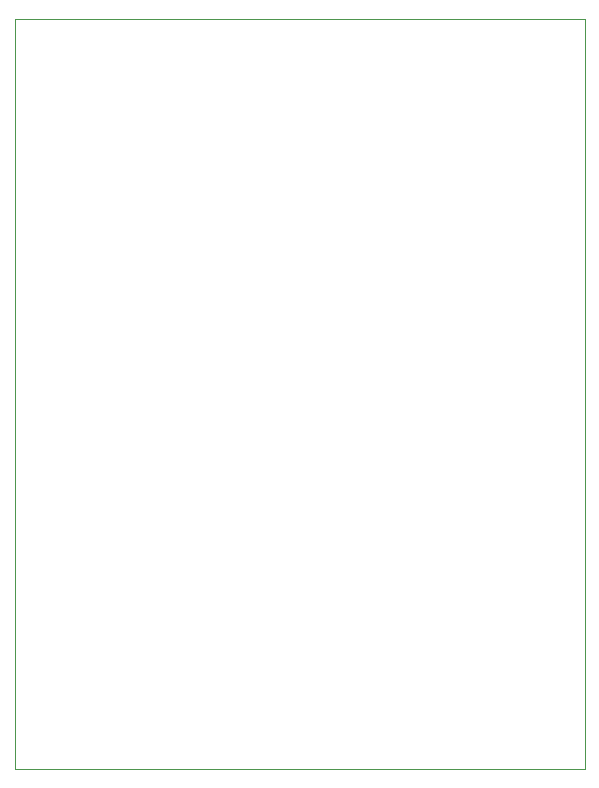
<source format=gbr>
G04 #@! TF.GenerationSoftware,KiCad,Pcbnew,(5.1.5-0-10_14)*
G04 #@! TF.CreationDate,2022-01-19T13:44:37-07:00*
G04 #@! TF.ProjectId,genesisctl,67656e65-7369-4736-9374-6c2e6b696361,rev?*
G04 #@! TF.SameCoordinates,Original*
G04 #@! TF.FileFunction,Profile,NP*
%FSLAX46Y46*%
G04 Gerber Fmt 4.6, Leading zero omitted, Abs format (unit mm)*
G04 Created by KiCad (PCBNEW (5.1.5-0-10_14)) date 2022-01-19 13:44:37*
%MOMM*%
%LPD*%
G04 APERTURE LIST*
%ADD10C,0.050000*%
G04 APERTURE END LIST*
D10*
X187960000Y-95250000D02*
X187960000Y-31750000D01*
X236220000Y-95250000D02*
X187960000Y-95250000D01*
X236220000Y-31750000D02*
X236220000Y-95250000D01*
X187960000Y-31750000D02*
X236220000Y-31750000D01*
M02*

</source>
